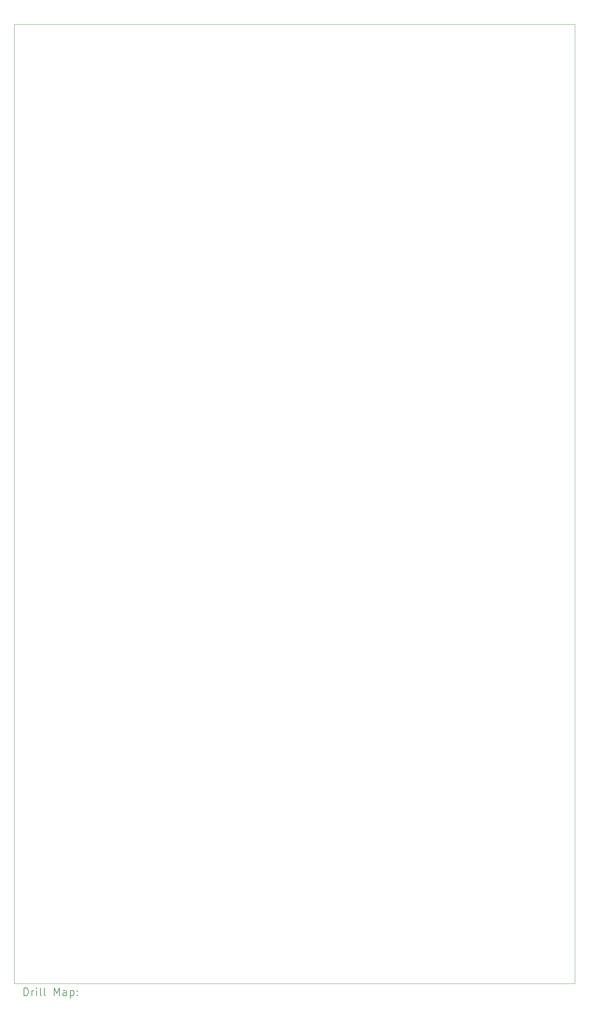
<source format=gbr>
%FSLAX45Y45*%
G04 Gerber Fmt 4.5, Leading zero omitted, Abs format (unit mm)*
G04 Created by KiCad (PCBNEW (6.0.6)) date 2022-10-07 01:39:29*
%MOMM*%
%LPD*%
G01*
G04 APERTURE LIST*
%TA.AperFunction,Profile*%
%ADD10C,0.100000*%
%TD*%
%ADD11C,0.200000*%
G04 APERTURE END LIST*
D10*
X45528000Y3579000D02*
X31090000Y3579000D01*
X31090000Y3579000D02*
X31090000Y-21121000D01*
X31090000Y-21121000D02*
X45528000Y-21121000D01*
X45528000Y-21121000D02*
X45528000Y3579000D01*
D11*
X31342619Y-21436476D02*
X31342619Y-21236476D01*
X31390238Y-21236476D01*
X31418809Y-21246000D01*
X31437857Y-21265048D01*
X31447381Y-21284095D01*
X31456905Y-21322190D01*
X31456905Y-21350762D01*
X31447381Y-21388857D01*
X31437857Y-21407905D01*
X31418809Y-21426952D01*
X31390238Y-21436476D01*
X31342619Y-21436476D01*
X31542619Y-21436476D02*
X31542619Y-21303143D01*
X31542619Y-21341238D02*
X31552143Y-21322190D01*
X31561667Y-21312667D01*
X31580714Y-21303143D01*
X31599762Y-21303143D01*
X31666428Y-21436476D02*
X31666428Y-21303143D01*
X31666428Y-21236476D02*
X31656905Y-21246000D01*
X31666428Y-21255524D01*
X31675952Y-21246000D01*
X31666428Y-21236476D01*
X31666428Y-21255524D01*
X31790238Y-21436476D02*
X31771190Y-21426952D01*
X31761667Y-21407905D01*
X31761667Y-21236476D01*
X31895000Y-21436476D02*
X31875952Y-21426952D01*
X31866428Y-21407905D01*
X31866428Y-21236476D01*
X32123571Y-21436476D02*
X32123571Y-21236476D01*
X32190238Y-21379333D01*
X32256905Y-21236476D01*
X32256905Y-21436476D01*
X32437857Y-21436476D02*
X32437857Y-21331714D01*
X32428333Y-21312667D01*
X32409286Y-21303143D01*
X32371190Y-21303143D01*
X32352143Y-21312667D01*
X32437857Y-21426952D02*
X32418809Y-21436476D01*
X32371190Y-21436476D01*
X32352143Y-21426952D01*
X32342619Y-21407905D01*
X32342619Y-21388857D01*
X32352143Y-21369810D01*
X32371190Y-21360286D01*
X32418809Y-21360286D01*
X32437857Y-21350762D01*
X32533095Y-21303143D02*
X32533095Y-21503143D01*
X32533095Y-21312667D02*
X32552143Y-21303143D01*
X32590238Y-21303143D01*
X32609286Y-21312667D01*
X32618809Y-21322190D01*
X32628333Y-21341238D01*
X32628333Y-21398381D01*
X32618809Y-21417429D01*
X32609286Y-21426952D01*
X32590238Y-21436476D01*
X32552143Y-21436476D01*
X32533095Y-21426952D01*
X32714048Y-21417429D02*
X32723571Y-21426952D01*
X32714048Y-21436476D01*
X32704524Y-21426952D01*
X32714048Y-21417429D01*
X32714048Y-21436476D01*
X32714048Y-21312667D02*
X32723571Y-21322190D01*
X32714048Y-21331714D01*
X32704524Y-21322190D01*
X32714048Y-21312667D01*
X32714048Y-21331714D01*
M02*

</source>
